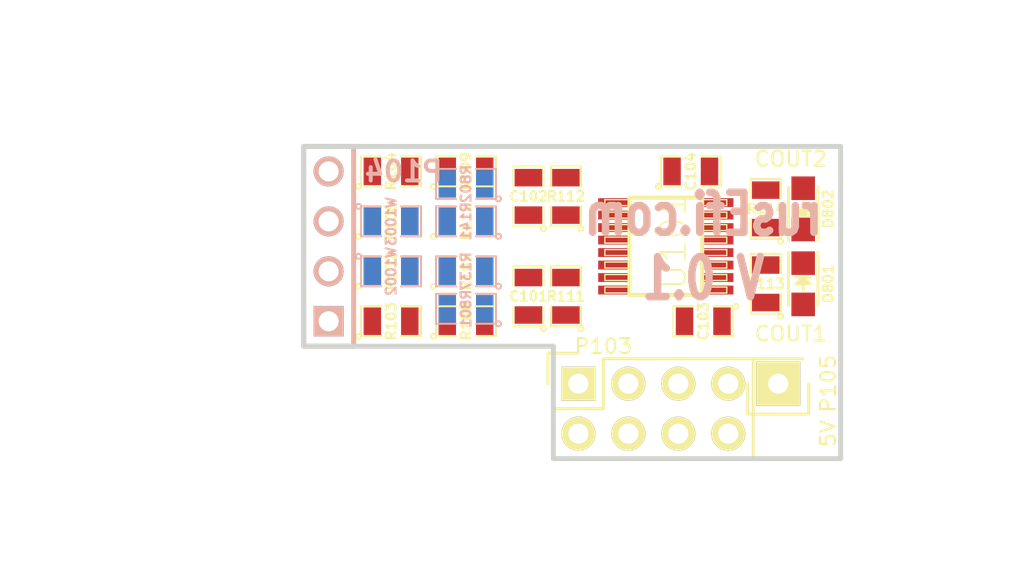
<source format=kicad_pcb>
(kicad_pcb (version 4) (host pcbnew 4.0.1-stable)

  (general
    (links 51)
    (no_connects 51)
    (area 177.192214 111.76 232.382788 140.970001)
    (thickness 1.6)
    (drawings 13)
    (tracks 0)
    (zones 0)
    (modules 28)
    (nets 21)
  )

  (page A)
  (title_block
    (title "VR board")
    (date 2016-02-29)
    (company "rusEFI by DAECU")
  )

  (layers
    (0 F.Cu signal)
    (31 B.Cu signal)
    (32 B.Adhes user)
    (33 F.Adhes user)
    (34 B.Paste user)
    (35 F.Paste user)
    (36 B.SilkS user)
    (37 F.SilkS user)
    (38 B.Mask user)
    (39 F.Mask user)
    (40 Dwgs.User user)
    (41 Cmts.User user)
    (42 Eco1.User user)
    (43 Eco2.User user)
    (44 Edge.Cuts user)
  )

  (setup
    (last_trace_width 0.254)
    (user_trace_width 0.5)
    (user_trace_width 1.27)
    (trace_clearance 0.1524)
    (zone_clearance 0.508)
    (zone_45_only no)
    (trace_min 0.254)
    (segment_width 0.254)
    (edge_width 0.254)
    (via_size 0.889)
    (via_drill 0.635)
    (via_min_size 0.889)
    (via_min_drill 0.508)
    (uvia_size 0.508)
    (uvia_drill 0.127)
    (uvias_allowed no)
    (uvia_min_size 0.508)
    (uvia_min_drill 0.127)
    (pcb_text_width 0.4318)
    (pcb_text_size 1.524 2.032)
    (mod_edge_width 0.09906)
    (mod_text_size 1.524 1.524)
    (mod_text_width 0.254)
    (pad_size 0.35052 0.70104)
    (pad_drill 0.6)
    (pad_to_mask_clearance 0.254)
    (aux_axis_origin 0 0)
    (visible_elements 7FFFF77F)
    (pcbplotparams
      (layerselection 0x00030_80000001)
      (usegerberextensions true)
      (excludeedgelayer true)
      (linewidth 0.150000)
      (plotframeref false)
      (viasonmask false)
      (mode 1)
      (useauxorigin false)
      (hpglpennumber 1)
      (hpglpenspeed 20)
      (hpglpendiameter 15)
      (hpglpenoverlay 2)
      (psnegative false)
      (psa4output false)
      (plotreference true)
      (plotvalue false)
      (plotinvisibletext false)
      (padsonsilk false)
      (subtractmaskfromsilk false)
      (outputformat 1)
      (mirror false)
      (drillshape 0)
      (scaleselection 1)
      (outputdirectory gerber))
  )

  (net 0 "")
  (net 1 /5V)
  (net 2 /CAM+)
  (net 3 /CAM-)
  (net 4 /CRK2+)
  (net 5 /CRK2-)
  (net 6 GND)
  (net 7 "Net-(C101-Pad1)")
  (net 8 "Net-(C101-Pad2)")
  (net 9 "Net-(C102-Pad1)")
  (net 10 "Net-(C102-Pad2)")
  (net 11 "Net-(R102-Pad2)")
  (net 12 "Net-(R103-Pad2)")
  (net 13 "Net-(R104-Pad2)")
  (net 14 "Net-(R106-Pad2)")
  (net 15 "Net-(D801-Pad2)")
  (net 16 "Net-(D802-Pad2)")
  (net 17 "Net-(R137-Pad2)")
  (net 18 "Net-(R141-Pad2)")
  (net 19 /Cout2)
  (net 20 /Cout1)

  (net_class Default "Это класс цепей по умолчанию."
    (clearance 0.1524)
    (trace_width 0.254)
    (via_dia 0.889)
    (via_drill 0.635)
    (uvia_dia 0.508)
    (uvia_drill 0.127)
    (add_net /5V)
    (add_net /CAM+)
    (add_net /CAM-)
    (add_net /CRK2+)
    (add_net /CRK2-)
    (add_net /Cout1)
    (add_net /Cout2)
    (add_net GND)
    (add_net "Net-(C101-Pad1)")
    (add_net "Net-(C101-Pad2)")
    (add_net "Net-(C102-Pad1)")
    (add_net "Net-(C102-Pad2)")
    (add_net "Net-(D801-Pad2)")
    (add_net "Net-(D802-Pad2)")
    (add_net "Net-(R102-Pad2)")
    (add_net "Net-(R103-Pad2)")
    (add_net "Net-(R104-Pad2)")
    (add_net "Net-(R106-Pad2)")
    (add_net "Net-(R137-Pad2)")
    (add_net "Net-(R141-Pad2)")
  )

  (module SM0805 placed (layer F.Cu) (tedit 56D4E61B) (tstamp 528A14D4)
    (at 203.2 126.365 90)
    (path /4AD9C851)
    (attr smd)
    (fp_text reference C101 (at 0 0 180) (layer F.SilkS)
      (effects (font (size 0.50038 0.50038) (thickness 0.10922)))
    )
    (fp_text value 1000pF (at 0 0.381 90) (layer F.SilkS) hide
      (effects (font (size 0.50038 0.50038) (thickness 0.10922)))
    )
    (fp_circle (center -1.651 0.762) (end -1.651 0.635) (layer F.SilkS) (width 0.09906))
    (fp_line (start -0.508 0.762) (end -1.524 0.762) (layer F.SilkS) (width 0.09906))
    (fp_line (start -1.524 0.762) (end -1.524 -0.762) (layer F.SilkS) (width 0.09906))
    (fp_line (start -1.524 -0.762) (end -0.508 -0.762) (layer F.SilkS) (width 0.09906))
    (fp_line (start 0.508 -0.762) (end 1.524 -0.762) (layer F.SilkS) (width 0.09906))
    (fp_line (start 1.524 -0.762) (end 1.524 0.762) (layer F.SilkS) (width 0.09906))
    (fp_line (start 1.524 0.762) (end 0.508 0.762) (layer F.SilkS) (width 0.09906))
    (pad 1 smd rect (at -0.9525 0 90) (size 0.889 1.397) (layers F.Cu F.Paste F.Mask)
      (net 7 "Net-(C101-Pad1)"))
    (pad 2 smd rect (at 0.9525 0 90) (size 0.889 1.397) (layers F.Cu F.Paste F.Mask)
      (net 8 "Net-(C101-Pad2)"))
    (model smd/chip_cms.wrl
      (at (xyz 0 0 0))
      (scale (xyz 0.1 0.1 0.1))
      (rotate (xyz 0 0 0))
    )
  )

  (module SM0805 placed (layer F.Cu) (tedit 56D4E61F) (tstamp 528A14E1)
    (at 203.2 121.285 90)
    (path /4AD9CD25)
    (attr smd)
    (fp_text reference C102 (at 0 0 180) (layer F.SilkS)
      (effects (font (size 0.50038 0.50038) (thickness 0.10922)))
    )
    (fp_text value 1000pF (at 0 0.381 90) (layer F.SilkS) hide
      (effects (font (size 0.50038 0.50038) (thickness 0.10922)))
    )
    (fp_circle (center -1.651 0.762) (end -1.651 0.635) (layer F.SilkS) (width 0.09906))
    (fp_line (start -0.508 0.762) (end -1.524 0.762) (layer F.SilkS) (width 0.09906))
    (fp_line (start -1.524 0.762) (end -1.524 -0.762) (layer F.SilkS) (width 0.09906))
    (fp_line (start -1.524 -0.762) (end -0.508 -0.762) (layer F.SilkS) (width 0.09906))
    (fp_line (start 0.508 -0.762) (end 1.524 -0.762) (layer F.SilkS) (width 0.09906))
    (fp_line (start 1.524 -0.762) (end 1.524 0.762) (layer F.SilkS) (width 0.09906))
    (fp_line (start 1.524 0.762) (end 0.508 0.762) (layer F.SilkS) (width 0.09906))
    (pad 1 smd rect (at -0.9525 0 90) (size 0.889 1.397) (layers F.Cu F.Paste F.Mask)
      (net 9 "Net-(C102-Pad1)"))
    (pad 2 smd rect (at 0.9525 0 90) (size 0.889 1.397) (layers F.Cu F.Paste F.Mask)
      (net 10 "Net-(C102-Pad2)"))
    (model smd/chip_cms.wrl
      (at (xyz 0 0 0))
      (scale (xyz 0.1 0.1 0.1))
      (rotate (xyz 0 0 0))
    )
  )

  (module SM0805 placed (layer F.Cu) (tedit 56D4E60A) (tstamp 528A14FA)
    (at 211.455 120.015)
    (path /50D6291F)
    (attr smd)
    (fp_text reference C104 (at 0 0 90) (layer F.SilkS)
      (effects (font (size 0.50038 0.50038) (thickness 0.10922)))
    )
    (fp_text value 0.1uF (at 0 0.381) (layer F.SilkS) hide
      (effects (font (size 0.50038 0.50038) (thickness 0.10922)))
    )
    (fp_circle (center -1.651 0.762) (end -1.651 0.635) (layer F.SilkS) (width 0.09906))
    (fp_line (start -0.508 0.762) (end -1.524 0.762) (layer F.SilkS) (width 0.09906))
    (fp_line (start -1.524 0.762) (end -1.524 -0.762) (layer F.SilkS) (width 0.09906))
    (fp_line (start -1.524 -0.762) (end -0.508 -0.762) (layer F.SilkS) (width 0.09906))
    (fp_line (start 0.508 -0.762) (end 1.524 -0.762) (layer F.SilkS) (width 0.09906))
    (fp_line (start 1.524 -0.762) (end 1.524 0.762) (layer F.SilkS) (width 0.09906))
    (fp_line (start 1.524 0.762) (end 0.508 0.762) (layer F.SilkS) (width 0.09906))
    (pad 1 smd rect (at -0.9525 0) (size 0.889 1.397) (layers F.Cu F.Paste F.Mask)
      (net 1 /5V))
    (pad 2 smd rect (at 0.9525 0) (size 0.889 1.397) (layers F.Cu F.Paste F.Mask)
      (net 6 GND))
    (model smd/chip_cms.wrl
      (at (xyz 0 0 0))
      (scale (xyz 0.1 0.1 0.1))
      (rotate (xyz 0 0 0))
    )
  )

  (module SM0805 placed (layer F.Cu) (tedit 56D4E511) (tstamp 529E9947)
    (at 196.215 125.095)
    (path /4E39E3A9)
    (attr smd)
    (fp_text reference R102 (at 0 0 90) (layer F.SilkS)
      (effects (font (size 0.50038 0.50038) (thickness 0.10922)))
    )
    (fp_text value 5k (at 0 0.381) (layer F.SilkS) hide
      (effects (font (size 0.50038 0.50038) (thickness 0.10922)))
    )
    (fp_circle (center -1.651 0.762) (end -1.651 0.635) (layer F.SilkS) (width 0.09906))
    (fp_line (start -0.508 0.762) (end -1.524 0.762) (layer F.SilkS) (width 0.09906))
    (fp_line (start -1.524 0.762) (end -1.524 -0.762) (layer F.SilkS) (width 0.09906))
    (fp_line (start -1.524 -0.762) (end -0.508 -0.762) (layer F.SilkS) (width 0.09906))
    (fp_line (start 0.508 -0.762) (end 1.524 -0.762) (layer F.SilkS) (width 0.09906))
    (fp_line (start 1.524 -0.762) (end 1.524 0.762) (layer F.SilkS) (width 0.09906))
    (fp_line (start 1.524 0.762) (end 0.508 0.762) (layer F.SilkS) (width 0.09906))
    (pad 1 smd rect (at -0.9525 0) (size 0.889 1.397) (layers F.Cu F.Paste F.Mask)
      (net 5 /CRK2-))
    (pad 2 smd rect (at 0.9525 0) (size 0.889 1.397) (layers F.Cu F.Paste F.Mask)
      (net 11 "Net-(R102-Pad2)"))
    (model smd/chip_cms.wrl
      (at (xyz 0 0 0))
      (scale (xyz 0.1 0.1 0.1))
      (rotate (xyz 0 0 0))
    )
  )

  (module SM0805 placed (layer F.Cu) (tedit 56D4E539) (tstamp 528A15A8)
    (at 196.215 127.635)
    (path /4E39E3A5)
    (attr smd)
    (fp_text reference R103 (at 0 0 90) (layer F.SilkS)
      (effects (font (size 0.50038 0.50038) (thickness 0.10922)))
    )
    (fp_text value 5k (at 0 0.381) (layer F.SilkS) hide
      (effects (font (size 0.50038 0.50038) (thickness 0.10922)))
    )
    (fp_circle (center -1.651 0.762) (end -1.651 0.635) (layer F.SilkS) (width 0.09906))
    (fp_line (start -0.508 0.762) (end -1.524 0.762) (layer F.SilkS) (width 0.09906))
    (fp_line (start -1.524 0.762) (end -1.524 -0.762) (layer F.SilkS) (width 0.09906))
    (fp_line (start -1.524 -0.762) (end -0.508 -0.762) (layer F.SilkS) (width 0.09906))
    (fp_line (start 0.508 -0.762) (end 1.524 -0.762) (layer F.SilkS) (width 0.09906))
    (fp_line (start 1.524 -0.762) (end 1.524 0.762) (layer F.SilkS) (width 0.09906))
    (fp_line (start 1.524 0.762) (end 0.508 0.762) (layer F.SilkS) (width 0.09906))
    (pad 1 smd rect (at -0.9525 0) (size 0.889 1.397) (layers F.Cu F.Paste F.Mask)
      (net 4 /CRK2+))
    (pad 2 smd rect (at 0.9525 0) (size 0.889 1.397) (layers F.Cu F.Paste F.Mask)
      (net 12 "Net-(R103-Pad2)"))
    (model smd/chip_cms.wrl
      (at (xyz 0 0 0))
      (scale (xyz 0.1 0.1 0.1))
      (rotate (xyz 0 0 0))
    )
  )

  (module SM0805 placed (layer F.Cu) (tedit 56D4E55C) (tstamp 528A15B5)
    (at 196.215 120.015)
    (path /4E39E39B)
    (attr smd)
    (fp_text reference R104 (at 0 0 90) (layer F.SilkS)
      (effects (font (size 0.50038 0.50038) (thickness 0.10922)))
    )
    (fp_text value 5k (at 0 0.381) (layer F.SilkS) hide
      (effects (font (size 0.50038 0.50038) (thickness 0.10922)))
    )
    (fp_circle (center -1.651 0.762) (end -1.651 0.635) (layer F.SilkS) (width 0.09906))
    (fp_line (start -0.508 0.762) (end -1.524 0.762) (layer F.SilkS) (width 0.09906))
    (fp_line (start -1.524 0.762) (end -1.524 -0.762) (layer F.SilkS) (width 0.09906))
    (fp_line (start -1.524 -0.762) (end -0.508 -0.762) (layer F.SilkS) (width 0.09906))
    (fp_line (start 0.508 -0.762) (end 1.524 -0.762) (layer F.SilkS) (width 0.09906))
    (fp_line (start 1.524 -0.762) (end 1.524 0.762) (layer F.SilkS) (width 0.09906))
    (fp_line (start 1.524 0.762) (end 0.508 0.762) (layer F.SilkS) (width 0.09906))
    (pad 1 smd rect (at -0.9525 0) (size 0.889 1.397) (layers F.Cu F.Paste F.Mask)
      (net 2 /CAM+))
    (pad 2 smd rect (at 0.9525 0) (size 0.889 1.397) (layers F.Cu F.Paste F.Mask)
      (net 13 "Net-(R104-Pad2)"))
    (model smd/chip_cms.wrl
      (at (xyz 0 0 0))
      (scale (xyz 0.1 0.1 0.1))
      (rotate (xyz 0 0 0))
    )
  )

  (module SM0805 (layer F.Cu) (tedit 56D4E74E) (tstamp 528A15CF)
    (at 196.215 122.555)
    (path /4E39E39D)
    (attr smd)
    (fp_text reference R106 (at 0 0 90) (layer F.SilkS)
      (effects (font (size 0.50038 0.50038) (thickness 0.10922)))
    )
    (fp_text value 5k (at 0 0.381) (layer F.SilkS) hide
      (effects (font (size 0.50038 0.50038) (thickness 0.10922)))
    )
    (fp_circle (center -1.651 0.762) (end -1.651 0.635) (layer F.SilkS) (width 0.09906))
    (fp_line (start -0.508 0.762) (end -1.524 0.762) (layer F.SilkS) (width 0.09906))
    (fp_line (start -1.524 0.762) (end -1.524 -0.762) (layer F.SilkS) (width 0.09906))
    (fp_line (start -1.524 -0.762) (end -0.508 -0.762) (layer F.SilkS) (width 0.09906))
    (fp_line (start 0.508 -0.762) (end 1.524 -0.762) (layer F.SilkS) (width 0.09906))
    (fp_line (start 1.524 -0.762) (end 1.524 0.762) (layer F.SilkS) (width 0.09906))
    (fp_line (start 1.524 0.762) (end 0.508 0.762) (layer F.SilkS) (width 0.09906))
    (pad 1 smd rect (at -0.9525 0) (size 0.889 1.397) (layers F.Cu F.Paste F.Mask)
      (net 3 /CAM-))
    (pad 2 smd rect (at 0.9525 0) (size 0.889 1.397) (layers F.Cu F.Paste F.Mask)
      (net 14 "Net-(R106-Pad2)"))
    (model smd/chip_cms.wrl
      (at (xyz 0 0 0))
      (scale (xyz 0.1 0.1 0.1))
      (rotate (xyz 0 0 0))
    )
  )

  (module SM0805 placed (layer F.Cu) (tedit 56D4E519) (tstamp 528A15DC)
    (at 200.025 125.095)
    (path /4E39E3AD)
    (attr smd)
    (fp_text reference R107 (at 0 0 90) (layer F.SilkS)
      (effects (font (size 0.50038 0.50038) (thickness 0.10922)))
    )
    (fp_text value 5k (at 0 0.381) (layer F.SilkS) hide
      (effects (font (size 0.50038 0.50038) (thickness 0.10922)))
    )
    (fp_circle (center -1.651 0.762) (end -1.651 0.635) (layer F.SilkS) (width 0.09906))
    (fp_line (start -0.508 0.762) (end -1.524 0.762) (layer F.SilkS) (width 0.09906))
    (fp_line (start -1.524 0.762) (end -1.524 -0.762) (layer F.SilkS) (width 0.09906))
    (fp_line (start -1.524 -0.762) (end -0.508 -0.762) (layer F.SilkS) (width 0.09906))
    (fp_line (start 0.508 -0.762) (end 1.524 -0.762) (layer F.SilkS) (width 0.09906))
    (fp_line (start 1.524 -0.762) (end 1.524 0.762) (layer F.SilkS) (width 0.09906))
    (fp_line (start 1.524 0.762) (end 0.508 0.762) (layer F.SilkS) (width 0.09906))
    (pad 1 smd rect (at -0.9525 0) (size 0.889 1.397) (layers F.Cu F.Paste F.Mask)
      (net 11 "Net-(R102-Pad2)"))
    (pad 2 smd rect (at 0.9525 0) (size 0.889 1.397) (layers F.Cu F.Paste F.Mask)
      (net 8 "Net-(C101-Pad2)"))
    (model smd/chip_cms.wrl
      (at (xyz 0 0 0))
      (scale (xyz 0.1 0.1 0.1))
      (rotate (xyz 0 0 0))
    )
  )

  (module SM0805 placed (layer F.Cu) (tedit 56D4E554) (tstamp 528A15E9)
    (at 200.025 127.635)
    (path /4E39E3A0)
    (attr smd)
    (fp_text reference R108 (at 0 0 90) (layer F.SilkS)
      (effects (font (size 0.50038 0.50038) (thickness 0.10922)))
    )
    (fp_text value 5k (at 0 0.381) (layer F.SilkS) hide
      (effects (font (size 0.50038 0.50038) (thickness 0.10922)))
    )
    (fp_circle (center -1.651 0.762) (end -1.651 0.635) (layer F.SilkS) (width 0.09906))
    (fp_line (start -0.508 0.762) (end -1.524 0.762) (layer F.SilkS) (width 0.09906))
    (fp_line (start -1.524 0.762) (end -1.524 -0.762) (layer F.SilkS) (width 0.09906))
    (fp_line (start -1.524 -0.762) (end -0.508 -0.762) (layer F.SilkS) (width 0.09906))
    (fp_line (start 0.508 -0.762) (end 1.524 -0.762) (layer F.SilkS) (width 0.09906))
    (fp_line (start 1.524 -0.762) (end 1.524 0.762) (layer F.SilkS) (width 0.09906))
    (fp_line (start 1.524 0.762) (end 0.508 0.762) (layer F.SilkS) (width 0.09906))
    (pad 1 smd rect (at -0.9525 0) (size 0.889 1.397) (layers F.Cu F.Paste F.Mask)
      (net 12 "Net-(R103-Pad2)"))
    (pad 2 smd rect (at 0.9525 0) (size 0.889 1.397) (layers F.Cu F.Paste F.Mask)
      (net 7 "Net-(C101-Pad1)"))
    (model smd/chip_cms.wrl
      (at (xyz 0 0 0))
      (scale (xyz 0.1 0.1 0.1))
      (rotate (xyz 0 0 0))
    )
  )

  (module SM0805 placed (layer F.Cu) (tedit 56D4E756) (tstamp 528A15F6)
    (at 200.025 120.015)
    (path /4E39E396)
    (attr smd)
    (fp_text reference R109 (at 0 0 90) (layer F.SilkS)
      (effects (font (size 0.50038 0.50038) (thickness 0.10922)))
    )
    (fp_text value 5k (at 0 0.381) (layer F.SilkS) hide
      (effects (font (size 0.50038 0.50038) (thickness 0.10922)))
    )
    (fp_circle (center -1.651 0.762) (end -1.651 0.635) (layer F.SilkS) (width 0.09906))
    (fp_line (start -0.508 0.762) (end -1.524 0.762) (layer F.SilkS) (width 0.09906))
    (fp_line (start -1.524 0.762) (end -1.524 -0.762) (layer F.SilkS) (width 0.09906))
    (fp_line (start -1.524 -0.762) (end -0.508 -0.762) (layer F.SilkS) (width 0.09906))
    (fp_line (start 0.508 -0.762) (end 1.524 -0.762) (layer F.SilkS) (width 0.09906))
    (fp_line (start 1.524 -0.762) (end 1.524 0.762) (layer F.SilkS) (width 0.09906))
    (fp_line (start 1.524 0.762) (end 0.508 0.762) (layer F.SilkS) (width 0.09906))
    (pad 1 smd rect (at -0.9525 0) (size 0.889 1.397) (layers F.Cu F.Paste F.Mask)
      (net 13 "Net-(R104-Pad2)"))
    (pad 2 smd rect (at 0.9525 0) (size 0.889 1.397) (layers F.Cu F.Paste F.Mask)
      (net 10 "Net-(C102-Pad2)"))
    (model smd/chip_cms.wrl
      (at (xyz 0 0 0))
      (scale (xyz 0.1 0.1 0.1))
      (rotate (xyz 0 0 0))
    )
  )

  (module SM0805 placed (layer F.Cu) (tedit 56D4E74C) (tstamp 528A1603)
    (at 200.025 122.555)
    (path /4E39E393)
    (attr smd)
    (fp_text reference R110 (at 0 0 90) (layer F.SilkS)
      (effects (font (size 0.50038 0.50038) (thickness 0.10922)))
    )
    (fp_text value 5k (at 0 0.381) (layer F.SilkS) hide
      (effects (font (size 0.50038 0.50038) (thickness 0.10922)))
    )
    (fp_circle (center -1.651 0.762) (end -1.651 0.635) (layer F.SilkS) (width 0.09906))
    (fp_line (start -0.508 0.762) (end -1.524 0.762) (layer F.SilkS) (width 0.09906))
    (fp_line (start -1.524 0.762) (end -1.524 -0.762) (layer F.SilkS) (width 0.09906))
    (fp_line (start -1.524 -0.762) (end -0.508 -0.762) (layer F.SilkS) (width 0.09906))
    (fp_line (start 0.508 -0.762) (end 1.524 -0.762) (layer F.SilkS) (width 0.09906))
    (fp_line (start 1.524 -0.762) (end 1.524 0.762) (layer F.SilkS) (width 0.09906))
    (fp_line (start 1.524 0.762) (end 0.508 0.762) (layer F.SilkS) (width 0.09906))
    (pad 1 smd rect (at -0.9525 0) (size 0.889 1.397) (layers F.Cu F.Paste F.Mask)
      (net 14 "Net-(R106-Pad2)"))
    (pad 2 smd rect (at 0.9525 0) (size 0.889 1.397) (layers F.Cu F.Paste F.Mask)
      (net 9 "Net-(C102-Pad1)"))
    (model smd/chip_cms.wrl
      (at (xyz 0 0 0))
      (scale (xyz 0.1 0.1 0.1))
      (rotate (xyz 0 0 0))
    )
  )

  (module SM0805 placed (layer F.Cu) (tedit 56D4E615) (tstamp 529E99E5)
    (at 205.105 126.365 90)
    (path /4E39E390)
    (attr smd)
    (fp_text reference R111 (at 0 0 180) (layer F.SilkS)
      (effects (font (size 0.50038 0.50038) (thickness 0.10922)))
    )
    (fp_text value 5k (at 0 0.381 90) (layer F.SilkS) hide
      (effects (font (size 0.50038 0.50038) (thickness 0.10922)))
    )
    (fp_circle (center -1.651 0.762) (end -1.651 0.635) (layer F.SilkS) (width 0.09906))
    (fp_line (start -0.508 0.762) (end -1.524 0.762) (layer F.SilkS) (width 0.09906))
    (fp_line (start -1.524 0.762) (end -1.524 -0.762) (layer F.SilkS) (width 0.09906))
    (fp_line (start -1.524 -0.762) (end -0.508 -0.762) (layer F.SilkS) (width 0.09906))
    (fp_line (start 0.508 -0.762) (end 1.524 -0.762) (layer F.SilkS) (width 0.09906))
    (fp_line (start 1.524 -0.762) (end 1.524 0.762) (layer F.SilkS) (width 0.09906))
    (fp_line (start 1.524 0.762) (end 0.508 0.762) (layer F.SilkS) (width 0.09906))
    (pad 1 smd rect (at -0.9525 0 90) (size 0.889 1.397) (layers F.Cu F.Paste F.Mask)
      (net 7 "Net-(C101-Pad1)"))
    (pad 2 smd rect (at 0.9525 0 90) (size 0.889 1.397) (layers F.Cu F.Paste F.Mask)
      (net 8 "Net-(C101-Pad2)"))
    (model smd/chip_cms.wrl
      (at (xyz 0 0 0))
      (scale (xyz 0.1 0.1 0.1))
      (rotate (xyz 0 0 0))
    )
  )

  (module SM0805 placed (layer F.Cu) (tedit 56D4E624) (tstamp 528A161D)
    (at 205.105 121.285 90)
    (path /4E39E38D)
    (attr smd)
    (fp_text reference R112 (at 0 0 180) (layer F.SilkS)
      (effects (font (size 0.50038 0.50038) (thickness 0.10922)))
    )
    (fp_text value 5k (at 0 0.381 90) (layer F.SilkS) hide
      (effects (font (size 0.50038 0.50038) (thickness 0.10922)))
    )
    (fp_circle (center -1.651 0.762) (end -1.651 0.635) (layer F.SilkS) (width 0.09906))
    (fp_line (start -0.508 0.762) (end -1.524 0.762) (layer F.SilkS) (width 0.09906))
    (fp_line (start -1.524 0.762) (end -1.524 -0.762) (layer F.SilkS) (width 0.09906))
    (fp_line (start -1.524 -0.762) (end -0.508 -0.762) (layer F.SilkS) (width 0.09906))
    (fp_line (start 0.508 -0.762) (end 1.524 -0.762) (layer F.SilkS) (width 0.09906))
    (fp_line (start 1.524 -0.762) (end 1.524 0.762) (layer F.SilkS) (width 0.09906))
    (fp_line (start 1.524 0.762) (end 0.508 0.762) (layer F.SilkS) (width 0.09906))
    (pad 1 smd rect (at -0.9525 0 90) (size 0.889 1.397) (layers F.Cu F.Paste F.Mask)
      (net 9 "Net-(C102-Pad1)"))
    (pad 2 smd rect (at 0.9525 0 90) (size 0.889 1.397) (layers F.Cu F.Paste F.Mask)
      (net 10 "Net-(C102-Pad2)"))
    (model smd/chip_cms.wrl
      (at (xyz 0 0 0))
      (scale (xyz 0.1 0.1 0.1))
      (rotate (xyz 0 0 0))
    )
  )

  (module SM0805 placed (layer F.Cu) (tedit 56D4E70D) (tstamp 52E1E98D)
    (at 215.265 125.73 90)
    (path /4AD9C75B)
    (attr smd)
    (fp_text reference R113 (at 0 0 180) (layer F.SilkS)
      (effects (font (size 0.50038 0.50038) (thickness 0.10922)))
    )
    (fp_text value 10k (at 0 0.381 90) (layer F.SilkS) hide
      (effects (font (size 0.50038 0.50038) (thickness 0.10922)))
    )
    (fp_circle (center -1.651 0.762) (end -1.651 0.635) (layer F.SilkS) (width 0.09906))
    (fp_line (start -0.508 0.762) (end -1.524 0.762) (layer F.SilkS) (width 0.09906))
    (fp_line (start -1.524 0.762) (end -1.524 -0.762) (layer F.SilkS) (width 0.09906))
    (fp_line (start -1.524 -0.762) (end -0.508 -0.762) (layer F.SilkS) (width 0.09906))
    (fp_line (start 0.508 -0.762) (end 1.524 -0.762) (layer F.SilkS) (width 0.09906))
    (fp_line (start 1.524 -0.762) (end 1.524 0.762) (layer F.SilkS) (width 0.09906))
    (fp_line (start 1.524 0.762) (end 0.508 0.762) (layer F.SilkS) (width 0.09906))
    (pad 1 smd rect (at -0.9525 0 90) (size 0.889 1.397) (layers F.Cu F.Paste F.Mask)
      (net 15 "Net-(D801-Pad2)"))
    (pad 2 smd rect (at 0.9525 0 90) (size 0.889 1.397) (layers F.Cu F.Paste F.Mask)
      (net 20 /Cout1))
    (model smd/chip_cms.wrl
      (at (xyz 0 0 0))
      (scale (xyz 0.1 0.1 0.1))
      (rotate (xyz 0 0 0))
    )
  )

  (module SM0805 placed (layer F.Cu) (tedit 56D4E710) (tstamp 528A1637)
    (at 215.265 121.92 90)
    (path /5101D08D)
    (attr smd)
    (fp_text reference R114 (at 0 0 180) (layer F.SilkS)
      (effects (font (size 0.50038 0.50038) (thickness 0.10922)))
    )
    (fp_text value 10k (at 0 0.381 90) (layer F.SilkS) hide
      (effects (font (size 0.50038 0.50038) (thickness 0.10922)))
    )
    (fp_circle (center -1.651 0.762) (end -1.651 0.635) (layer F.SilkS) (width 0.09906))
    (fp_line (start -0.508 0.762) (end -1.524 0.762) (layer F.SilkS) (width 0.09906))
    (fp_line (start -1.524 0.762) (end -1.524 -0.762) (layer F.SilkS) (width 0.09906))
    (fp_line (start -1.524 -0.762) (end -0.508 -0.762) (layer F.SilkS) (width 0.09906))
    (fp_line (start 0.508 -0.762) (end 1.524 -0.762) (layer F.SilkS) (width 0.09906))
    (fp_line (start 1.524 -0.762) (end 1.524 0.762) (layer F.SilkS) (width 0.09906))
    (fp_line (start 1.524 0.762) (end 0.508 0.762) (layer F.SilkS) (width 0.09906))
    (pad 1 smd rect (at -0.9525 0 90) (size 0.889 1.397) (layers F.Cu F.Paste F.Mask)
      (net 19 /Cout2))
    (pad 2 smd rect (at 0.9525 0 90) (size 0.889 1.397) (layers F.Cu F.Paste F.Mask)
      (net 16 "Net-(D802-Pad2)"))
    (model smd/chip_cms.wrl
      (at (xyz 0 0 0))
      (scale (xyz 0.1 0.1 0.1))
      (rotate (xyz 0 0 0))
    )
  )

  (module maxim-10-QSOP16 placed (layer F.Cu) (tedit 529E9A8F) (tstamp 529C9412)
    (at 210.185 123.825 90)
    (descr "SMALL OUTLINE PACKAGE")
    (tags "SMALL OUTLINE PACKAGE")
    (path /4BF90B79)
    (attr smd)
    (fp_text reference U101 (at 0.254 0.381 90) (layer F.SilkS)
      (effects (font (size 1.27 1.27) (thickness 0.0889)))
    )
    (fp_text value MAX9926/9927 (at -3.45186 -0.97028 180) (layer F.SilkS) hide
      (effects (font (size 1.27 1.27) (thickness 0.0889)))
    )
    (fp_line (start -2.37236 3.0988) (end -2.0701 3.0988) (layer F.SilkS) (width 0.06604))
    (fp_line (start -2.0701 3.0988) (end -2.0701 1.79832) (layer F.SilkS) (width 0.06604))
    (fp_line (start -2.37236 1.79832) (end -2.0701 1.79832) (layer F.SilkS) (width 0.06604))
    (fp_line (start -2.37236 3.0988) (end -2.37236 1.79832) (layer F.SilkS) (width 0.06604))
    (fp_line (start -1.73736 3.0988) (end -1.4351 3.0988) (layer F.SilkS) (width 0.06604))
    (fp_line (start -1.4351 3.0988) (end -1.4351 1.79832) (layer F.SilkS) (width 0.06604))
    (fp_line (start -1.73736 1.79832) (end -1.4351 1.79832) (layer F.SilkS) (width 0.06604))
    (fp_line (start -1.73736 3.0988) (end -1.73736 1.79832) (layer F.SilkS) (width 0.06604))
    (fp_line (start -1.10236 3.0988) (end -0.8001 3.0988) (layer F.SilkS) (width 0.06604))
    (fp_line (start -0.8001 3.0988) (end -0.8001 1.79832) (layer F.SilkS) (width 0.06604))
    (fp_line (start -1.10236 1.79832) (end -0.8001 1.79832) (layer F.SilkS) (width 0.06604))
    (fp_line (start -1.10236 3.0988) (end -1.10236 1.79832) (layer F.SilkS) (width 0.06604))
    (fp_line (start -0.46736 3.0988) (end -0.1651 3.0988) (layer F.SilkS) (width 0.06604))
    (fp_line (start -0.1651 3.0988) (end -0.1651 1.79832) (layer F.SilkS) (width 0.06604))
    (fp_line (start -0.46736 1.79832) (end -0.1651 1.79832) (layer F.SilkS) (width 0.06604))
    (fp_line (start -0.46736 3.0988) (end -0.46736 1.79832) (layer F.SilkS) (width 0.06604))
    (fp_line (start 0.1651 3.0988) (end 0.46736 3.0988) (layer F.SilkS) (width 0.06604))
    (fp_line (start 0.46736 3.0988) (end 0.46736 1.79832) (layer F.SilkS) (width 0.06604))
    (fp_line (start 0.1651 1.79832) (end 0.46736 1.79832) (layer F.SilkS) (width 0.06604))
    (fp_line (start 0.1651 3.0988) (end 0.1651 1.79832) (layer F.SilkS) (width 0.06604))
    (fp_line (start 0.8001 3.0988) (end 1.10236 3.0988) (layer F.SilkS) (width 0.06604))
    (fp_line (start 1.10236 3.0988) (end 1.10236 1.79832) (layer F.SilkS) (width 0.06604))
    (fp_line (start 0.8001 1.79832) (end 1.10236 1.79832) (layer F.SilkS) (width 0.06604))
    (fp_line (start 0.8001 3.0988) (end 0.8001 1.79832) (layer F.SilkS) (width 0.06604))
    (fp_line (start 1.4351 3.0988) (end 1.73736 3.0988) (layer F.SilkS) (width 0.06604))
    (fp_line (start 1.73736 3.0988) (end 1.73736 1.79832) (layer F.SilkS) (width 0.06604))
    (fp_line (start 1.4351 1.79832) (end 1.73736 1.79832) (layer F.SilkS) (width 0.06604))
    (fp_line (start 1.4351 3.0988) (end 1.4351 1.79832) (layer F.SilkS) (width 0.06604))
    (fp_line (start 2.0701 3.0988) (end 2.37236 3.0988) (layer F.SilkS) (width 0.06604))
    (fp_line (start 2.37236 3.0988) (end 2.37236 1.79832) (layer F.SilkS) (width 0.06604))
    (fp_line (start 2.0701 1.79832) (end 2.37236 1.79832) (layer F.SilkS) (width 0.06604))
    (fp_line (start 2.0701 3.0988) (end 2.0701 1.79832) (layer F.SilkS) (width 0.06604))
    (fp_line (start 2.0701 -1.79832) (end 2.37236 -1.79832) (layer F.SilkS) (width 0.06604))
    (fp_line (start 2.37236 -1.79832) (end 2.37236 -3.0988) (layer F.SilkS) (width 0.06604))
    (fp_line (start 2.0701 -3.0988) (end 2.37236 -3.0988) (layer F.SilkS) (width 0.06604))
    (fp_line (start 2.0701 -1.79832) (end 2.0701 -3.0988) (layer F.SilkS) (width 0.06604))
    (fp_line (start 1.4351 -1.79832) (end 1.73736 -1.79832) (layer F.SilkS) (width 0.06604))
    (fp_line (start 1.73736 -1.79832) (end 1.73736 -3.0988) (layer F.SilkS) (width 0.06604))
    (fp_line (start 1.4351 -3.0988) (end 1.73736 -3.0988) (layer F.SilkS) (width 0.06604))
    (fp_line (start 1.4351 -1.79832) (end 1.4351 -3.0988) (layer F.SilkS) (width 0.06604))
    (fp_line (start 0.8001 -1.79832) (end 1.10236 -1.79832) (layer F.SilkS) (width 0.06604))
    (fp_line (start 1.10236 -1.79832) (end 1.10236 -3.0988) (layer F.SilkS) (width 0.06604))
    (fp_line (start 0.8001 -3.0988) (end 1.10236 -3.0988) (layer F.SilkS) (width 0.06604))
    (fp_line (start 0.8001 -1.79832) (end 0.8001 -3.0988) (layer F.SilkS) (width 0.06604))
    (fp_line (start 0.1651 -1.79832) (end 0.46736 -1.79832) (layer F.SilkS) (width 0.06604))
    (fp_line (start 0.46736 -1.79832) (end 0.46736 -3.0988) (layer F.SilkS) (width 0.06604))
    (fp_line (start 0.1651 -3.0988) (end 0.46736 -3.0988) (layer F.SilkS) (width 0.06604))
    (fp_line (start 0.1651 -1.79832) (end 0.1651 -3.0988) (layer F.SilkS) (width 0.06604))
    (fp_line (start -0.46736 -1.79832) (end -0.1651 -1.79832) (layer F.SilkS) (width 0.06604))
    (fp_line (start -0.1651 -1.79832) (end -0.1651 -3.0988) (layer F.SilkS) (width 0.06604))
    (fp_line (start -0.46736 -3.0988) (end -0.1651 -3.0988) (layer F.SilkS) (width 0.06604))
    (fp_line (start -0.46736 -1.79832) (end -0.46736 -3.0988) (layer F.SilkS) (width 0.06604))
    (fp_line (start -1.10236 -1.79832) (end -0.8001 -1.79832) (layer F.SilkS) (width 0.06604))
    (fp_line (start -0.8001 -1.79832) (end -0.8001 -3.0988) (layer F.SilkS) (width 0.06604))
    (fp_line (start -1.10236 -3.0988) (end -0.8001 -3.0988) (layer F.SilkS) (width 0.06604))
    (fp_line (start -1.10236 -1.79832) (end -1.10236 -3.0988) (layer F.SilkS) (width 0.06604))
    (fp_line (start -1.73736 -1.79832) (end -1.4351 -1.79832) (layer F.SilkS) (width 0.06604))
    (fp_line (start -1.4351 -1.79832) (end -1.4351 -3.0988) (layer F.SilkS) (width 0.06604))
    (fp_line (start -1.73736 -3.0988) (end -1.4351 -3.0988) (layer F.SilkS) (width 0.06604))
    (fp_line (start -1.73736 -1.79832) (end -1.73736 -3.0988) (layer F.SilkS) (width 0.06604))
    (fp_line (start -2.37236 -1.79832) (end -2.0701 -1.79832) (layer F.SilkS) (width 0.06604))
    (fp_line (start -2.0701 -1.79832) (end -2.0701 -3.0988) (layer F.SilkS) (width 0.06604))
    (fp_line (start -2.37236 -3.0988) (end -2.0701 -3.0988) (layer F.SilkS) (width 0.06604))
    (fp_line (start -2.37236 -1.79832) (end -2.37236 -3.0988) (layer F.SilkS) (width 0.06604))
    (fp_line (start -2.46888 1.84912) (end -2.46888 -1.84912) (layer F.SilkS) (width 0.2032))
    (fp_line (start 2.46888 -1.84912) (end 2.46888 1.84912) (layer F.SilkS) (width 0.2032))
    (fp_line (start -2.46888 1.84912) (end 2.46888 1.84912) (layer F.SilkS) (width 0.2032))
    (fp_line (start 2.46888 -1.84912) (end -2.46888 -1.84912) (layer F.SilkS) (width 0.2032))
    (fp_circle (center -1.64846 1.04902) (end -1.79832 1.19888) (layer F.SilkS) (width 0.00254))
    (pad 1 smd rect (at -2.2225 2.68986 90) (size 0.44958 1.4986) (layers F.Cu F.Paste F.Mask)
      (net 6 GND))
    (pad 2 smd rect (at -1.5875 2.68986 90) (size 0.44958 1.4986) (layers F.Cu F.Paste F.Mask))
    (pad 3 smd rect (at -0.9525 2.68986 90) (size 0.44958 1.4986) (layers F.Cu F.Paste F.Mask)
      (net 6 GND))
    (pad 4 smd rect (at -0.3175 2.68986 90) (size 0.44958 1.4986) (layers F.Cu F.Paste F.Mask)
      (net 20 /Cout1))
    (pad 5 smd rect (at 0.3175 2.68986 90) (size 0.44958 1.4986) (layers F.Cu F.Paste F.Mask)
      (net 19 /Cout2))
    (pad 6 smd rect (at 0.9525 2.68986 90) (size 0.44958 1.4986) (layers F.Cu F.Paste F.Mask)
      (net 6 GND))
    (pad 7 smd rect (at 1.5875 2.68986 90) (size 0.44958 1.4986) (layers F.Cu F.Paste F.Mask))
    (pad 8 smd rect (at 2.2225 2.68986 90) (size 0.44958 1.4986) (layers F.Cu F.Paste F.Mask)
      (net 6 GND))
    (pad 9 smd rect (at 2.2225 -2.68986 90) (size 0.44958 1.4986) (layers F.Cu F.Paste F.Mask)
      (net 10 "Net-(C102-Pad2)"))
    (pad 10 smd rect (at 1.5875 -2.68986 90) (size 0.44958 1.4986) (layers F.Cu F.Paste F.Mask)
      (net 9 "Net-(C102-Pad1)"))
    (pad 11 smd rect (at 0.9525 -2.68986 90) (size 0.44958 1.4986) (layers F.Cu F.Paste F.Mask)
      (net 6 GND))
    (pad 12 smd rect (at 0.3175 -2.68986 90) (size 0.44958 1.4986) (layers F.Cu F.Paste F.Mask)
      (net 6 GND))
    (pad 13 smd rect (at -0.3175 -2.68986 90) (size 0.44958 1.4986) (layers F.Cu F.Paste F.Mask)
      (net 6 GND))
    (pad 14 smd rect (at -0.9525 -2.68986 90) (size 0.44958 1.4986) (layers F.Cu F.Paste F.Mask)
      (net 1 /5V))
    (pad 15 smd rect (at -1.5875 -2.68986 90) (size 0.44958 1.4986) (layers F.Cu F.Paste F.Mask)
      (net 8 "Net-(C101-Pad2)"))
    (pad 16 smd rect (at -2.2225 -2.68986 90) (size 0.44958 1.4986) (layers F.Cu F.Paste F.Mask)
      (net 7 "Net-(C101-Pad1)"))
    (model smd/smd_dil/ssop-16.wrl
      (at (xyz 0 0 0))
      (scale (xyz 1 1 1))
      (rotate (xyz 0 0 0))
    )
  )

  (module PIN_ARRAY_4x1 (layer B.Cu) (tedit 56D78D6C) (tstamp 529C6E69)
    (at 193.04 123.825 90)
    (descr "Double rangee de contacts 2 x 5 pins")
    (tags CONN)
    (path /56D5985E)
    (fp_text reference P104 (at 3.81 3.81 360) (layer B.SilkS)
      (effects (font (size 1.016 1.016) (thickness 0.2032)) (justify mirror))
    )
    (fp_text value CONN_4 (at 0 -2.54 90) (layer B.SilkS) hide
      (effects (font (size 1.016 1.016) (thickness 0.2032)) (justify mirror))
    )
    (fp_line (start 5.08 -1.27) (end -5.08 -1.27) (layer B.SilkS) (width 0.254))
    (fp_line (start 5.08 1.27) (end -5.08 1.27) (layer B.SilkS) (width 0.254))
    (fp_line (start -5.08 1.27) (end -5.08 -1.27) (layer B.SilkS) (width 0.254))
    (fp_line (start 5.08 -1.27) (end 5.08 1.27) (layer B.SilkS) (width 0.254))
    (pad 1 thru_hole rect (at -3.81 0 90) (size 1.524 1.524) (drill 1.016) (layers *.Cu *.Mask B.SilkS)
      (net 4 /CRK2+))
    (pad 2 thru_hole circle (at -1.27 0 90) (size 1.524 1.524) (drill 1.016) (layers *.Cu *.Mask B.SilkS)
      (net 5 /CRK2-))
    (pad 3 thru_hole circle (at 1.27 0 90) (size 1.524 1.524) (drill 1.016) (layers *.Cu *.Mask B.SilkS)
      (net 3 /CAM-))
    (pad 4 thru_hole circle (at 3.81 0 90) (size 1.524 1.524) (drill 1.016) (layers *.Cu *.Mask B.SilkS)
      (net 2 /CAM+))
    (model pin_array\pins_array_4x1.wrl
      (at (xyz 0 0 0))
      (scale (xyz 1 1 1))
      (rotate (xyz 0 0 0))
    )
  )

  (module SM0805 (layer F.Cu) (tedit 56D4E60F) (tstamp 528A14ED)
    (at 212.09 127.635 180)
    (path /4AD9CB8E)
    (attr smd)
    (fp_text reference C103 (at 0 0 270) (layer F.SilkS)
      (effects (font (size 0.50038 0.50038) (thickness 0.10922)))
    )
    (fp_text value 10uF (at 0 0.381 180) (layer F.SilkS) hide
      (effects (font (size 0.50038 0.50038) (thickness 0.10922)))
    )
    (fp_circle (center -1.651 0.762) (end -1.651 0.635) (layer F.SilkS) (width 0.09906))
    (fp_line (start -0.508 0.762) (end -1.524 0.762) (layer F.SilkS) (width 0.09906))
    (fp_line (start -1.524 0.762) (end -1.524 -0.762) (layer F.SilkS) (width 0.09906))
    (fp_line (start -1.524 -0.762) (end -0.508 -0.762) (layer F.SilkS) (width 0.09906))
    (fp_line (start 0.508 -0.762) (end 1.524 -0.762) (layer F.SilkS) (width 0.09906))
    (fp_line (start 1.524 -0.762) (end 1.524 0.762) (layer F.SilkS) (width 0.09906))
    (fp_line (start 1.524 0.762) (end 0.508 0.762) (layer F.SilkS) (width 0.09906))
    (pad 1 smd rect (at -0.9525 0 180) (size 0.889 1.397) (layers F.Cu F.Paste F.Mask)
      (net 6 GND))
    (pad 2 smd rect (at 0.9525 0 180) (size 0.889 1.397) (layers F.Cu F.Paste F.Mask)
      (net 1 /5V))
    (model smd/chip_cms.wrl
      (at (xyz 0 0 0))
      (scale (xyz 0.1 0.1 0.1))
      (rotate (xyz 0 0 0))
    )
  )

  (module SM0805 placed (layer B.Cu) (tedit 56D4E0BE) (tstamp 56D4E299)
    (at 200.025 125.095 180)
    (path /4E39E3AF)
    (attr smd)
    (fp_text reference R137 (at 0 0 450) (layer B.SilkS)
      (effects (font (size 0.50038 0.50038) (thickness 0.10922)) (justify mirror))
    )
    (fp_text value 1K (at 0 0 450) (layer B.SilkS) hide
      (effects (font (size 0.50038 0.50038) (thickness 0.10922)) (justify mirror))
    )
    (fp_circle (center -1.651 -0.762) (end -1.651 -0.635) (layer B.SilkS) (width 0.09906))
    (fp_line (start -0.508 -0.762) (end -1.524 -0.762) (layer B.SilkS) (width 0.09906))
    (fp_line (start -1.524 -0.762) (end -1.524 0.762) (layer B.SilkS) (width 0.09906))
    (fp_line (start -1.524 0.762) (end -0.508 0.762) (layer B.SilkS) (width 0.09906))
    (fp_line (start 0.508 0.762) (end 1.524 0.762) (layer B.SilkS) (width 0.09906))
    (fp_line (start 1.524 0.762) (end 1.524 -0.762) (layer B.SilkS) (width 0.09906))
    (fp_line (start 1.524 -0.762) (end 0.508 -0.762) (layer B.SilkS) (width 0.09906))
    (pad 1 smd rect (at -0.9525 0 180) (size 0.889 1.397) (layers B.Cu B.Paste B.Mask)
      (net 1 /5V))
    (pad 2 smd rect (at 0.9525 0 180) (size 0.889 1.397) (layers B.Cu B.Paste B.Mask)
      (net 17 "Net-(R137-Pad2)"))
    (model smd/chip_cms.wrl
      (at (xyz 0 0 0))
      (scale (xyz 0.1 0.1 0.1))
      (rotate (xyz 0 0 0))
    )
  )

  (module SM0805 placed (layer B.Cu) (tedit 56D4E0BE) (tstamp 56D4E2A6)
    (at 200.025 122.555 180)
    (path /4E39E399)
    (attr smd)
    (fp_text reference R141 (at 0 0 450) (layer B.SilkS)
      (effects (font (size 0.50038 0.50038) (thickness 0.10922)) (justify mirror))
    )
    (fp_text value 1K (at 0 0 450) (layer B.SilkS) hide
      (effects (font (size 0.50038 0.50038) (thickness 0.10922)) (justify mirror))
    )
    (fp_circle (center -1.651 -0.762) (end -1.651 -0.635) (layer B.SilkS) (width 0.09906))
    (fp_line (start -0.508 -0.762) (end -1.524 -0.762) (layer B.SilkS) (width 0.09906))
    (fp_line (start -1.524 -0.762) (end -1.524 0.762) (layer B.SilkS) (width 0.09906))
    (fp_line (start -1.524 0.762) (end -0.508 0.762) (layer B.SilkS) (width 0.09906))
    (fp_line (start 0.508 0.762) (end 1.524 0.762) (layer B.SilkS) (width 0.09906))
    (fp_line (start 1.524 0.762) (end 1.524 -0.762) (layer B.SilkS) (width 0.09906))
    (fp_line (start 1.524 -0.762) (end 0.508 -0.762) (layer B.SilkS) (width 0.09906))
    (pad 1 smd rect (at -0.9525 0 180) (size 0.889 1.397) (layers B.Cu B.Paste B.Mask)
      (net 1 /5V))
    (pad 2 smd rect (at 0.9525 0 180) (size 0.889 1.397) (layers B.Cu B.Paste B.Mask)
      (net 18 "Net-(R141-Pad2)"))
    (model smd/chip_cms.wrl
      (at (xyz 0 0 0))
      (scale (xyz 0.1 0.1 0.1))
      (rotate (xyz 0 0 0))
    )
  )

  (module SM0805 placed (layer B.Cu) (tedit 56D4E0BE) (tstamp 56D4E2B3)
    (at 200.025 127 180)
    (path /53FD4D54)
    (attr smd)
    (fp_text reference R801 (at 0 0 450) (layer B.SilkS)
      (effects (font (size 0.50038 0.50038) (thickness 0.10922)) (justify mirror))
    )
    (fp_text value pdwn (at 0 0 450) (layer B.SilkS) hide
      (effects (font (size 0.50038 0.50038) (thickness 0.10922)) (justify mirror))
    )
    (fp_circle (center -1.651 -0.762) (end -1.651 -0.635) (layer B.SilkS) (width 0.09906))
    (fp_line (start -0.508 -0.762) (end -1.524 -0.762) (layer B.SilkS) (width 0.09906))
    (fp_line (start -1.524 -0.762) (end -1.524 0.762) (layer B.SilkS) (width 0.09906))
    (fp_line (start -1.524 0.762) (end -0.508 0.762) (layer B.SilkS) (width 0.09906))
    (fp_line (start 0.508 0.762) (end 1.524 0.762) (layer B.SilkS) (width 0.09906))
    (fp_line (start 1.524 0.762) (end 1.524 -0.762) (layer B.SilkS) (width 0.09906))
    (fp_line (start 1.524 -0.762) (end 0.508 -0.762) (layer B.SilkS) (width 0.09906))
    (pad 1 smd rect (at -0.9525 0 180) (size 0.889 1.397) (layers B.Cu B.Paste B.Mask)
      (net 6 GND))
    (pad 2 smd rect (at 0.9525 0 180) (size 0.889 1.397) (layers B.Cu B.Paste B.Mask)
      (net 17 "Net-(R137-Pad2)"))
    (model smd/chip_cms.wrl
      (at (xyz 0 0 0))
      (scale (xyz 0.1 0.1 0.1))
      (rotate (xyz 0 0 0))
    )
  )

  (module SM0805 placed (layer B.Cu) (tedit 56D4E0BE) (tstamp 56D4E2C0)
    (at 200.025 120.65 180)
    (path /53FD4DD7)
    (attr smd)
    (fp_text reference R802 (at 0 0 450) (layer B.SilkS)
      (effects (font (size 0.50038 0.50038) (thickness 0.10922)) (justify mirror))
    )
    (fp_text value pdwn (at 0 0 450) (layer B.SilkS) hide
      (effects (font (size 0.50038 0.50038) (thickness 0.10922)) (justify mirror))
    )
    (fp_circle (center -1.651 -0.762) (end -1.651 -0.635) (layer B.SilkS) (width 0.09906))
    (fp_line (start -0.508 -0.762) (end -1.524 -0.762) (layer B.SilkS) (width 0.09906))
    (fp_line (start -1.524 -0.762) (end -1.524 0.762) (layer B.SilkS) (width 0.09906))
    (fp_line (start -1.524 0.762) (end -0.508 0.762) (layer B.SilkS) (width 0.09906))
    (fp_line (start 0.508 0.762) (end 1.524 0.762) (layer B.SilkS) (width 0.09906))
    (fp_line (start 1.524 0.762) (end 1.524 -0.762) (layer B.SilkS) (width 0.09906))
    (fp_line (start 1.524 -0.762) (end 0.508 -0.762) (layer B.SilkS) (width 0.09906))
    (pad 1 smd rect (at -0.9525 0 180) (size 0.889 1.397) (layers B.Cu B.Paste B.Mask)
      (net 6 GND))
    (pad 2 smd rect (at 0.9525 0 180) (size 0.889 1.397) (layers B.Cu B.Paste B.Mask)
      (net 18 "Net-(R141-Pad2)"))
    (model smd/chip_cms.wrl
      (at (xyz 0 0 0))
      (scale (xyz 0.1 0.1 0.1))
      (rotate (xyz 0 0 0))
    )
  )

  (module LED_0805 (layer F.Cu) (tedit 56D57277) (tstamp 56D4E3F9)
    (at 217.17 125.73 270)
    (descr "LED 0805 smd package")
    (tags "LED 0805 SMD")
    (path /55237975)
    (attr smd)
    (fp_text reference D801 (at 0 -1.27 450) (layer F.SilkS)
      (effects (font (size 0.508 0.508) (thickness 0.10922)))
    )
    (fp_text value LED-red (at 0 1.75 270) (layer F.Fab) hide
      (effects (font (size 1 1) (thickness 0.15)))
    )
    (fp_line (start -1.6 0.75) (end 1.1 0.75) (layer F.SilkS) (width 0.15))
    (fp_line (start -1.6 -0.75) (end 1.1 -0.75) (layer F.SilkS) (width 0.15))
    (fp_line (start -0.1 0.15) (end -0.1 -0.1) (layer F.SilkS) (width 0.15))
    (fp_line (start -0.1 -0.1) (end -0.25 0.05) (layer F.SilkS) (width 0.15))
    (fp_line (start -0.35 -0.35) (end -0.35 0.35) (layer F.SilkS) (width 0.15))
    (fp_line (start 0 0) (end 0.35 0) (layer F.SilkS) (width 0.15))
    (fp_line (start -0.35 0) (end 0 -0.35) (layer F.SilkS) (width 0.15))
    (fp_line (start 0 -0.35) (end 0 0.35) (layer F.SilkS) (width 0.15))
    (fp_line (start 0 0.35) (end -0.35 0) (layer F.SilkS) (width 0.15))
    (fp_line (start 1.9 -0.95) (end 1.9 0.95) (layer F.CrtYd) (width 0.05))
    (fp_line (start 1.9 0.95) (end -1.9 0.95) (layer F.CrtYd) (width 0.05))
    (fp_line (start -1.9 0.95) (end -1.9 -0.95) (layer F.CrtYd) (width 0.05))
    (fp_line (start -1.9 -0.95) (end 1.9 -0.95) (layer F.CrtYd) (width 0.05))
    (pad 2 smd rect (at 1.04902 0 90) (size 1.19888 1.19888) (layers F.Cu F.Paste F.Mask)
      (net 15 "Net-(D801-Pad2)"))
    (pad 1 smd rect (at -1.04902 0 90) (size 1.19888 1.19888) (layers F.Cu F.Paste F.Mask)
      (net 1 /5V))
    (model LEDs.3dshapes/LED_0805.wrl
      (at (xyz 0 0 0))
      (scale (xyz 1 1 1))
      (rotate (xyz 0 0 0))
    )
  )

  (module LED_0805 (layer F.Cu) (tedit 56D57272) (tstamp 56D4E40C)
    (at 217.17 121.92 90)
    (descr "LED 0805 smd package")
    (tags "LED 0805 SMD")
    (path /5523B6C7)
    (attr smd)
    (fp_text reference D802 (at 0 1.27 270) (layer F.SilkS)
      (effects (font (size 0.508 0.508) (thickness 0.10922)))
    )
    (fp_text value LED-red (at 0 1.75 90) (layer F.Fab) hide
      (effects (font (size 1 1) (thickness 0.15)))
    )
    (fp_line (start -1.6 0.75) (end 1.1 0.75) (layer F.SilkS) (width 0.15))
    (fp_line (start -1.6 -0.75) (end 1.1 -0.75) (layer F.SilkS) (width 0.15))
    (fp_line (start -0.1 0.15) (end -0.1 -0.1) (layer F.SilkS) (width 0.15))
    (fp_line (start -0.1 -0.1) (end -0.25 0.05) (layer F.SilkS) (width 0.15))
    (fp_line (start -0.35 -0.35) (end -0.35 0.35) (layer F.SilkS) (width 0.15))
    (fp_line (start 0 0) (end 0.35 0) (layer F.SilkS) (width 0.15))
    (fp_line (start -0.35 0) (end 0 -0.35) (layer F.SilkS) (width 0.15))
    (fp_line (start 0 -0.35) (end 0 0.35) (layer F.SilkS) (width 0.15))
    (fp_line (start 0 0.35) (end -0.35 0) (layer F.SilkS) (width 0.15))
    (fp_line (start 1.9 -0.95) (end 1.9 0.95) (layer F.CrtYd) (width 0.05))
    (fp_line (start 1.9 0.95) (end -1.9 0.95) (layer F.CrtYd) (width 0.05))
    (fp_line (start -1.9 0.95) (end -1.9 -0.95) (layer F.CrtYd) (width 0.05))
    (fp_line (start -1.9 -0.95) (end 1.9 -0.95) (layer F.CrtYd) (width 0.05))
    (pad 2 smd rect (at 1.04902 0 270) (size 1.19888 1.19888) (layers F.Cu F.Paste F.Mask)
      (net 16 "Net-(D802-Pad2)"))
    (pad 1 smd rect (at -1.04902 0 270) (size 1.19888 1.19888) (layers F.Cu F.Paste F.Mask)
      (net 1 /5V))
    (model LEDs.3dshapes/LED_0805.wrl
      (at (xyz 0 0 0))
      (scale (xyz 1 1 1))
      (rotate (xyz 0 0 0))
    )
  )

  (module SM0805 placed (layer B.Cu) (tedit 56D4E0BE) (tstamp 56D4E560)
    (at 196.215 125.095)
    (path /50CE3DD7)
    (attr smd)
    (fp_text reference W1002 (at 0 0 270) (layer B.SilkS)
      (effects (font (size 0.50038 0.50038) (thickness 0.10922)) (justify mirror))
    )
    (fp_text value JMP (at 0 0 270) (layer B.SilkS) hide
      (effects (font (size 0.50038 0.50038) (thickness 0.10922)) (justify mirror))
    )
    (fp_circle (center -1.651 -0.762) (end -1.651 -0.635) (layer B.SilkS) (width 0.09906))
    (fp_line (start -0.508 -0.762) (end -1.524 -0.762) (layer B.SilkS) (width 0.09906))
    (fp_line (start -1.524 -0.762) (end -1.524 0.762) (layer B.SilkS) (width 0.09906))
    (fp_line (start -1.524 0.762) (end -0.508 0.762) (layer B.SilkS) (width 0.09906))
    (fp_line (start 0.508 0.762) (end 1.524 0.762) (layer B.SilkS) (width 0.09906))
    (fp_line (start 1.524 0.762) (end 1.524 -0.762) (layer B.SilkS) (width 0.09906))
    (fp_line (start 1.524 -0.762) (end 0.508 -0.762) (layer B.SilkS) (width 0.09906))
    (pad 1 smd rect (at -0.9525 0) (size 0.889 1.397) (layers B.Cu B.Paste B.Mask)
      (net 5 /CRK2-))
    (pad 2 smd rect (at 0.9525 0) (size 0.889 1.397) (layers B.Cu B.Paste B.Mask)
      (net 17 "Net-(R137-Pad2)"))
    (model smd/chip_cms.wrl
      (at (xyz 0 0 0))
      (scale (xyz 0.1 0.1 0.1))
      (rotate (xyz 0 0 0))
    )
  )

  (module SM0805 placed (layer B.Cu) (tedit 56D4E0BE) (tstamp 56D4E56D)
    (at 196.215 122.555)
    (path /50CE3E18)
    (attr smd)
    (fp_text reference W1003 (at 0 0 270) (layer B.SilkS)
      (effects (font (size 0.50038 0.50038) (thickness 0.10922)) (justify mirror))
    )
    (fp_text value JMP (at 0 0 270) (layer B.SilkS) hide
      (effects (font (size 0.50038 0.50038) (thickness 0.10922)) (justify mirror))
    )
    (fp_circle (center -1.651 -0.762) (end -1.651 -0.635) (layer B.SilkS) (width 0.09906))
    (fp_line (start -0.508 -0.762) (end -1.524 -0.762) (layer B.SilkS) (width 0.09906))
    (fp_line (start -1.524 -0.762) (end -1.524 0.762) (layer B.SilkS) (width 0.09906))
    (fp_line (start -1.524 0.762) (end -0.508 0.762) (layer B.SilkS) (width 0.09906))
    (fp_line (start 0.508 0.762) (end 1.524 0.762) (layer B.SilkS) (width 0.09906))
    (fp_line (start 1.524 0.762) (end 1.524 -0.762) (layer B.SilkS) (width 0.09906))
    (fp_line (start 1.524 -0.762) (end 0.508 -0.762) (layer B.SilkS) (width 0.09906))
    (pad 1 smd rect (at -0.9525 0) (size 0.889 1.397) (layers B.Cu B.Paste B.Mask)
      (net 3 /CAM-))
    (pad 2 smd rect (at 0.9525 0) (size 0.889 1.397) (layers B.Cu B.Paste B.Mask)
      (net 18 "Net-(R141-Pad2)"))
    (model smd/chip_cms.wrl
      (at (xyz 0 0 0))
      (scale (xyz 0.1 0.1 0.1))
      (rotate (xyz 0 0 0))
    )
  )

  (module Socket_Strip_Straight_1x01 (layer F.Cu) (tedit 56D5769A) (tstamp 56D56F5B)
    (at 215.9 130.81 90)
    (descr "Through hole socket strip")
    (tags "socket strip")
    (path /56D641A2)
    (fp_text reference P105 (at 0 2.54 90) (layer F.SilkS)
      (effects (font (size 0.762 0.762) (thickness 0.10922)))
    )
    (fp_text value CONN_01X01 (at 0 -3.1 90) (layer F.Fab) hide
      (effects (font (size 1 1) (thickness 0.15)))
    )
    (fp_line (start -1.75 -1.75) (end -1.75 1.75) (layer F.CrtYd) (width 0.05))
    (fp_line (start 1.75 -1.75) (end 1.75 1.75) (layer F.CrtYd) (width 0.05))
    (fp_line (start -1.75 -1.75) (end 1.75 -1.75) (layer F.CrtYd) (width 0.05))
    (fp_line (start -1.75 1.75) (end 1.75 1.75) (layer F.CrtYd) (width 0.05))
    (fp_line (start 1.27 1.27) (end 1.27 -1.27) (layer F.SilkS) (width 0.15))
    (fp_line (start -1.55 -1.55) (end 0 -1.55) (layer F.SilkS) (width 0.15))
    (fp_line (start -1.55 -1.55) (end -1.55 1.55) (layer F.SilkS) (width 0.15))
    (fp_line (start -1.55 1.55) (end 0 1.55) (layer F.SilkS) (width 0.15))
    (pad 1 thru_hole rect (at 0 0 90) (size 2.2352 2.2352) (drill 1.016) (layers *.Cu *.Mask F.SilkS)
      (net 1 /5V))
    (model Socket_Strips.3dshapes/Socket_Strip_Straight_1x01.wrl
      (at (xyz 0 0 0))
      (scale (xyz 1 1 1))
      (rotate (xyz 0 0 180))
    )
  )

  (module Socket_Strip_Straight_2x04 (layer F.Cu) (tedit 56D78AAB) (tstamp 56D78CC7)
    (at 205.74 130.81)
    (descr "Through hole socket strip")
    (tags "socket strip")
    (path /56D7FED9)
    (fp_text reference P103 (at 1.27 -1.905) (layer F.SilkS)
      (effects (font (size 0.762 0.762) (thickness 0.10922)))
    )
    (fp_text value CONN_02X04 (at 0 -3.1) (layer F.Fab) hide
      (effects (font (size 1 1) (thickness 0.15)))
    )
    (fp_line (start -1.75 -1.75) (end -1.75 4.3) (layer F.CrtYd) (width 0.05))
    (fp_line (start 9.4 -1.75) (end 9.4 4.3) (layer F.CrtYd) (width 0.05))
    (fp_line (start -1.75 -1.75) (end 9.4 -1.75) (layer F.CrtYd) (width 0.05))
    (fp_line (start -1.75 4.3) (end 9.4 4.3) (layer F.CrtYd) (width 0.05))
    (fp_line (start 1.27 -1.27) (end 8.89 -1.27) (layer F.SilkS) (width 0.15))
    (fp_line (start 8.89 -1.27) (end 8.89 3.81) (layer F.SilkS) (width 0.15))
    (fp_line (start 8.89 3.81) (end -1.27 3.81) (layer F.SilkS) (width 0.15))
    (fp_line (start -1.27 3.81) (end -1.27 1.27) (layer F.SilkS) (width 0.15))
    (fp_line (start 0 -1.55) (end -1.55 -1.55) (layer F.SilkS) (width 0.15))
    (fp_line (start -1.27 1.27) (end 1.27 1.27) (layer F.SilkS) (width 0.15))
    (fp_line (start 1.27 1.27) (end 1.27 -1.27) (layer F.SilkS) (width 0.15))
    (fp_line (start -1.55 -1.55) (end -1.55 0) (layer F.SilkS) (width 0.15))
    (pad 1 thru_hole rect (at 0 0) (size 1.7272 1.7272) (drill 1.016) (layers *.Cu *.Mask F.SilkS))
    (pad 2 thru_hole oval (at 0 2.54) (size 1.7272 1.7272) (drill 1.016) (layers *.Cu *.Mask F.SilkS)
      (net 19 /Cout2))
    (pad 3 thru_hole oval (at 2.54 0) (size 1.7272 1.7272) (drill 1.016) (layers *.Cu *.Mask F.SilkS))
    (pad 4 thru_hole oval (at 2.54 2.54) (size 1.7272 1.7272) (drill 1.016) (layers *.Cu *.Mask F.SilkS))
    (pad 5 thru_hole oval (at 5.08 0) (size 1.7272 1.7272) (drill 1.016) (layers *.Cu *.Mask F.SilkS)
      (net 20 /Cout1))
    (pad 6 thru_hole oval (at 5.08 2.54) (size 1.7272 1.7272) (drill 1.016) (layers *.Cu *.Mask F.SilkS))
    (pad 7 thru_hole oval (at 7.62 0) (size 1.7272 1.7272) (drill 1.016) (layers *.Cu *.Mask F.SilkS)
      (net 6 GND))
    (pad 8 thru_hole oval (at 7.62 2.54) (size 1.7272 1.7272) (drill 1.016) (layers *.Cu *.Mask F.SilkS)
      (net 6 GND))
    (model Socket_Strips.3dshapes/Socket_Strip_Straight_2x04.wrl
      (at (xyz 0.15 -0.05 0))
      (scale (xyz 1 1 1))
      (rotate (xyz 0 0 180))
    )
  )

  (dimension 15.875 (width 0.381) (layer Cmts.User)
    (gr_text "0.6250 in" (at 226.568 126.6825 270) (layer Cmts.User)
      (effects (font (size 2.032 1.524) (thickness 0.381)))
    )
    (feature1 (pts (xy 219.075 134.62) (xy 228.346 134.62)))
    (feature2 (pts (xy 219.075 118.745) (xy 228.346 118.745)))
    (crossbar (pts (xy 224.79 118.745) (xy 224.79 134.62)))
    (arrow1a (pts (xy 224.79 134.62) (xy 224.203579 133.493496)))
    (arrow1b (pts (xy 224.79 134.62) (xy 225.376421 133.493496)))
    (arrow2a (pts (xy 224.79 118.745) (xy 224.203579 119.871504)))
    (arrow2b (pts (xy 224.79 118.745) (xy 225.376421 119.871504)))
  )
  (dimension 27.305 (width 0.381) (layer Cmts.User)
    (gr_text "1.0750 in" (at 205.4225 113.792) (layer Cmts.User)
      (effects (font (size 2.032 1.524) (thickness 0.381)))
    )
    (feature1 (pts (xy 219.075 118.745) (xy 219.075 112.014)))
    (feature2 (pts (xy 191.77 118.745) (xy 191.77 112.014)))
    (crossbar (pts (xy 191.77 115.57) (xy 219.075 115.57)))
    (arrow1a (pts (xy 219.075 115.57) (xy 217.948496 116.156421)))
    (arrow1b (pts (xy 219.075 115.57) (xy 217.948496 114.983579)))
    (arrow2a (pts (xy 191.77 115.57) (xy 192.896504 116.156421)))
    (arrow2b (pts (xy 191.77 115.57) (xy 192.896504 114.983579)))
  )
  (gr_text 5V (at 218.44 133.35 90) (layer F.SilkS)
    (effects (font (size 0.762 0.762) (thickness 0.10922)))
  )
  (gr_line (start 191.77 128.905) (end 191.77 118.745) (angle 90) (layer Edge.Cuts) (width 0.254))
  (gr_line (start 204.47 128.905) (end 191.77 128.905) (angle 90) (layer Edge.Cuts) (width 0.254))
  (gr_line (start 204.47 134.62) (end 204.47 128.905) (angle 90) (layer Edge.Cuts) (width 0.254))
  (gr_line (start 219.075 134.62) (end 204.47 134.62) (angle 90) (layer Edge.Cuts) (width 0.254))
  (gr_line (start 219.075 118.745) (end 219.075 134.62) (angle 90) (layer Edge.Cuts) (width 0.254))
  (gr_line (start 191.77 118.745) (end 219.075 118.745) (angle 90) (layer Edge.Cuts) (width 0.254))
  (dimension 22.225 (width 0.381) (layer Cmts.User)
    (gr_text "0.8750 in" (at 183.007 129.8575 270) (layer Cmts.User)
      (effects (font (size 2.032 1.524) (thickness 0.381)))
    )
    (feature1 (pts (xy 189.865 140.97) (xy 181.229 140.97)))
    (feature2 (pts (xy 189.865 118.745) (xy 181.229 118.745)))
    (crossbar (pts (xy 184.785 118.745) (xy 184.785 140.97)))
    (arrow1a (pts (xy 184.785 140.97) (xy 184.198579 139.843496)))
    (arrow1b (pts (xy 184.785 140.97) (xy 185.371421 139.843496)))
    (arrow2a (pts (xy 184.785 118.745) (xy 184.198579 119.871504)))
    (arrow2b (pts (xy 184.785 118.745) (xy 185.371421 119.871504)))
  )
  (gr_text "rusEfi.com\nV 0.1" (at 212.09 123.825) (layer B.SilkS)
    (effects (font (size 2.032 1.524) (thickness 0.381)) (justify mirror))
  )
  (gr_text COUT2 (at 216.535 119.38) (layer F.SilkS)
    (effects (font (size 0.762 0.762) (thickness 0.10922)))
  )
  (gr_text COUT1 (at 216.535 128.27) (layer F.SilkS)
    (effects (font (size 0.762 0.762) (thickness 0.10922)))
  )

  (zone (net 6) (net_name GND) (layer F.Cu) (tstamp 56D4F349) (hatch edge 0.508)
    (connect_pads (clearance 0.508))
    (min_thickness 0.254)
    (fill (arc_segments 16) (thermal_gap 0.508) (thermal_bridge_width 0.508))
    (polygon
      (pts
        (xy 220.98 137.16) (xy 190.5 137.16) (xy 190.5 114.3) (xy 220.98 114.3) (xy 220.98 132.08)
      )
    )
  )
  (zone (net 6) (net_name GND) (layer B.Cu) (tstamp 56D4F34A) (hatch edge 0.508)
    (connect_pads (clearance 0.508))
    (min_thickness 0.254)
    (fill (arc_segments 16) (thermal_gap 0.508) (thermal_bridge_width 0.508))
    (polygon
      (pts
        (xy 223.52 139.7) (xy 187.96 139.7) (xy 187.96 111.76) (xy 223.52 111.76) (xy 223.52 134.62)
      )
    )
  )
)

</source>
